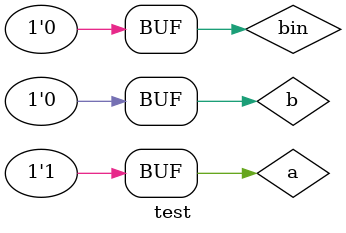
<source format=v>
`timescale 1ns / 1ps
module or_gate(x0, y0, c0);

    input x0, y0;

    output c0;

    assign c0 = x0 | y0;

endmodule


module xor_gate(x1, y1, c1);

    input x1, y1;

    output c1;

    assign c1 = x1 ^ y1;

endmodule


module and_gate(x2, y2, c2);

    input x2, y2;

    output c2;

    assign c2 = x2 & y2;

endmodule


module not_gate(x3, y3);

    input x3;

    output y3;

    assign y3 = ~ x3;

endmodule


module half_subtractor(x4, y4, c4, d4);

    input x4, y4;

    output c4, d4;

    wire x;

    xor_gate u1(x4, y4, c4);

    and_gate u2(x, y4, d4);

    not_gate u3(x4, x);

endmodule


module full_subtractor(A, B, Bin,Res, Bout);

    input A, B, Bin;

    output Res, Bout;

    wire p, q, r;

    half_subtractor u4(A, B, p, q);

    half_subtractor u5(p, Bin, Res, r);

    or_gate u6(q, r, Bout);

endmodule

module test;

 reg a, bin, b;

 wire bout, R; 


 full_subtractor wew(.A(a),.B(b),.Bin(bin),.Res(R),.Bout(bout));
 initial begin
 //test1
 a=1'd1;
 b=1'd1;
 bin=1'd1;
 #100;
 //test2
 a=1'd0;
 b=1'd1;
 bin=1'd1;
 #100;
 //test3
 a=1'd1;
 b=1'd0;
 bin=1'd0;
 #100;
   end

endmodule
</source>
